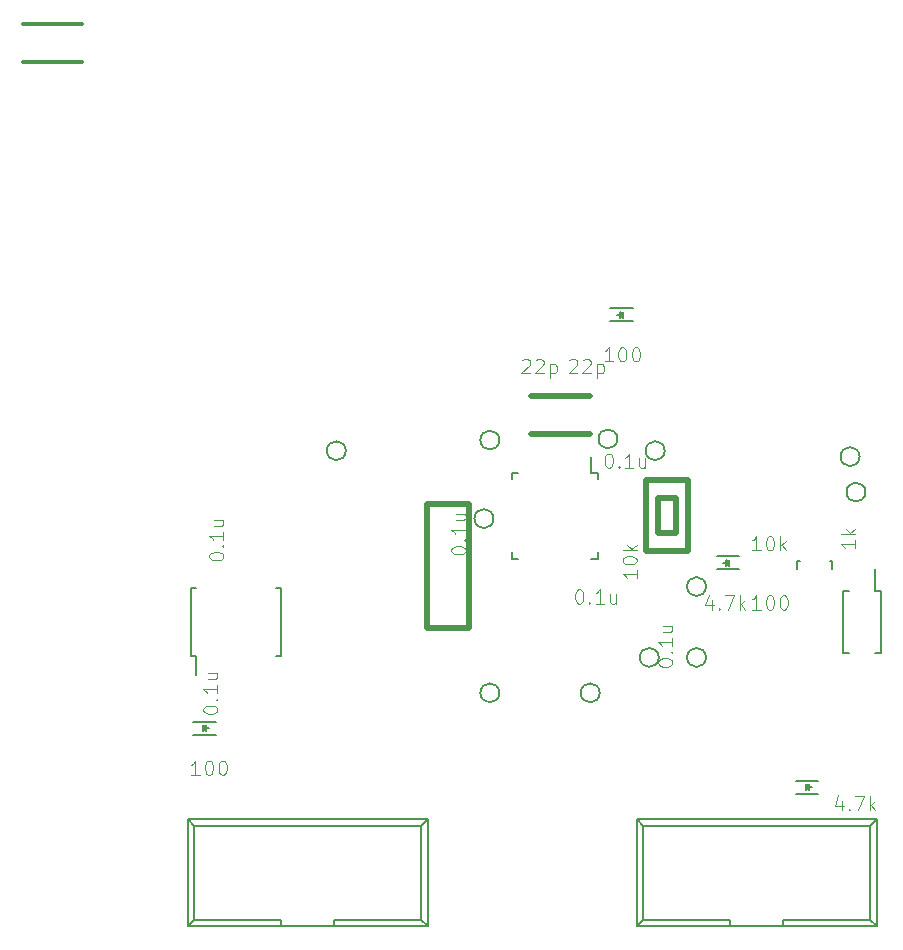
<source format=gbr>
G04 #@! TF.FileFunction,Legend,Top*
%FSLAX46Y46*%
G04 Gerber Fmt 4.6, Leading zero omitted, Abs format (unit mm)*
G04 Created by KiCad (PCBNEW 4.0.5) date 02/07/17 23:03:00*
%MOMM*%
%LPD*%
G01*
G04 APERTURE LIST*
%ADD10C,0.100000*%
%ADD11C,0.150000*%
%ADD12C,0.500000*%
%ADD13C,0.200000*%
%ADD14C,0.300000*%
%ADD15C,0.101600*%
G04 APERTURE END LIST*
D10*
D11*
X49420000Y-65680000D02*
X69740000Y-65680000D01*
X49960000Y-66230000D02*
X69180000Y-66230000D01*
X49420000Y-74780000D02*
X69740000Y-74780000D01*
X49960000Y-74230000D02*
X57330000Y-74230000D01*
X61830000Y-74230000D02*
X69180000Y-74230000D01*
X57330000Y-74230000D02*
X57330000Y-74780000D01*
X61830000Y-74230000D02*
X61830000Y-74780000D01*
X49420000Y-65680000D02*
X49420000Y-74780000D01*
X49960000Y-66230000D02*
X49960000Y-74230000D01*
X69740000Y-65680000D02*
X69740000Y-74780000D01*
X69180000Y-66230000D02*
X69180000Y-74230000D01*
X49420000Y-65680000D02*
X49960000Y-66230000D01*
X69740000Y-65680000D02*
X69180000Y-66230000D01*
X49420000Y-74780000D02*
X49960000Y-74230000D01*
X69740000Y-74780000D02*
X69180000Y-74230000D01*
D12*
X35200000Y-39000000D02*
X31700000Y-39000000D01*
X35200000Y-49500000D02*
X35200000Y-39000000D01*
X31700000Y-49500000D02*
X31700000Y-39000000D01*
X31700000Y-49500000D02*
X35200000Y-49500000D01*
X45500000Y-29900000D02*
X40500000Y-29900000D01*
X40500000Y-33100000D02*
X45500000Y-33100000D01*
D11*
X63000180Y-44550800D02*
X63000180Y-43849760D01*
X63000180Y-43849760D02*
X63249100Y-43849760D01*
X65799160Y-43849760D02*
X65999820Y-43849760D01*
X65999820Y-43849760D02*
X65999820Y-44550800D01*
D13*
X67400000Y-46400000D02*
X66900000Y-46400000D01*
X66900000Y-46400000D02*
X66900000Y-51600000D01*
X66900000Y-51600000D02*
X67400000Y-51600000D01*
X69600000Y-46400000D02*
X70100000Y-46400000D01*
X70100000Y-46400000D02*
X70100000Y-51600000D01*
X70100000Y-51600000D02*
X69600000Y-51600000D01*
X69600000Y-44500000D02*
X69600000Y-46400000D01*
D11*
X46125000Y-36375000D02*
X45600000Y-36375000D01*
X46125000Y-43625000D02*
X45600000Y-43625000D01*
X38875000Y-43625000D02*
X39400000Y-43625000D01*
X38875000Y-36375000D02*
X39400000Y-36375000D01*
X46125000Y-36375000D02*
X46125000Y-36900000D01*
X38875000Y-36375000D02*
X38875000Y-36900000D01*
X38875000Y-43625000D02*
X38875000Y-43100000D01*
X46125000Y-43625000D02*
X46125000Y-43100000D01*
X45600000Y-36375000D02*
X45600000Y-35000000D01*
X11420000Y-65680000D02*
X31740000Y-65680000D01*
X11960000Y-66230000D02*
X31180000Y-66230000D01*
X11420000Y-74780000D02*
X31740000Y-74780000D01*
X11960000Y-74230000D02*
X19330000Y-74230000D01*
X23830000Y-74230000D02*
X31180000Y-74230000D01*
X19330000Y-74230000D02*
X19330000Y-74780000D01*
X23830000Y-74230000D02*
X23830000Y-74780000D01*
X11420000Y-65680000D02*
X11420000Y-74780000D01*
X11960000Y-66230000D02*
X11960000Y-74230000D01*
X31740000Y-65680000D02*
X31740000Y-74780000D01*
X31180000Y-66230000D02*
X31180000Y-74230000D01*
X11420000Y-65680000D02*
X11960000Y-66230000D01*
X31740000Y-65680000D02*
X31180000Y-66230000D01*
X11420000Y-74780000D02*
X11960000Y-74230000D01*
X31740000Y-74780000D02*
X31180000Y-74230000D01*
D12*
X52800000Y-38500000D02*
X51200000Y-38500000D01*
X51200000Y-38500000D02*
X51200000Y-41500000D01*
X51200000Y-41500000D02*
X52800000Y-41500000D01*
X52800000Y-41500000D02*
X52800000Y-38500000D01*
X53800000Y-37000000D02*
X50200000Y-37000000D01*
X50200000Y-37000000D02*
X50200000Y-43000000D01*
X50200000Y-43000000D02*
X53800000Y-43000000D01*
X53800000Y-43000000D02*
X53800000Y-37000000D01*
D11*
X62900000Y-63550000D02*
X64800000Y-63550000D01*
X62900000Y-62450000D02*
X64800000Y-62450000D01*
X63800000Y-63000000D02*
X64250000Y-63000000D01*
X63750000Y-62750000D02*
X63750000Y-63250000D01*
X63750000Y-63000000D02*
X64000000Y-62750000D01*
X64000000Y-62750000D02*
X64000000Y-63250000D01*
X64000000Y-63250000D02*
X63750000Y-63000000D01*
X11900000Y-58550000D02*
X13800000Y-58550000D01*
X11900000Y-57450000D02*
X13800000Y-57450000D01*
X12800000Y-58000000D02*
X13250000Y-58000000D01*
X12750000Y-57750000D02*
X12750000Y-58250000D01*
X12750000Y-58000000D02*
X13000000Y-57750000D01*
X13000000Y-57750000D02*
X13000000Y-58250000D01*
X13000000Y-58250000D02*
X12750000Y-58000000D01*
X49100000Y-22450000D02*
X47200000Y-22450000D01*
X49100000Y-23550000D02*
X47200000Y-23550000D01*
X48200000Y-23000000D02*
X47750000Y-23000000D01*
X48250000Y-23250000D02*
X48250000Y-22750000D01*
X48250000Y-23000000D02*
X48000000Y-23250000D01*
X48000000Y-23250000D02*
X48000000Y-22750000D01*
X48000000Y-22750000D02*
X48250000Y-23000000D01*
X58100000Y-43450000D02*
X56200000Y-43450000D01*
X58100000Y-44550000D02*
X56200000Y-44550000D01*
X57200000Y-44000000D02*
X56750000Y-44000000D01*
X57250000Y-44250000D02*
X57250000Y-43750000D01*
X57250000Y-44000000D02*
X57000000Y-44250000D01*
X57000000Y-44250000D02*
X57000000Y-43750000D01*
X57000000Y-43750000D02*
X57250000Y-44000000D01*
X11675000Y-51875000D02*
X12125000Y-51875000D01*
X11675000Y-46125000D02*
X12125000Y-46125000D01*
X19325000Y-46125000D02*
X18875000Y-46125000D01*
X19325000Y-51875000D02*
X18875000Y-51875000D01*
X11675000Y-51875000D02*
X11675000Y-46125000D01*
X19325000Y-51875000D02*
X19325000Y-46125000D01*
X12125000Y-51875000D02*
X12125000Y-53475000D01*
X51303219Y-52000000D02*
G75*
G03X51303219Y-52000000I-803219J0D01*
G01*
X55303219Y-52000000D02*
G75*
G03X55303219Y-52000000I-803219J0D01*
G01*
X46303219Y-55000000D02*
G75*
G03X46303219Y-55000000I-803219J0D01*
G01*
X37803219Y-55000000D02*
G75*
G03X37803219Y-55000000I-803219J0D01*
G01*
X24803219Y-34500000D02*
G75*
G03X24803219Y-34500000I-803219J0D01*
G01*
X37803219Y-33600000D02*
G75*
G03X37803219Y-33600000I-803219J0D01*
G01*
X55303219Y-46000000D02*
G75*
G03X55303219Y-46000000I-803219J0D01*
G01*
X68303219Y-35000000D02*
G75*
G03X68303219Y-35000000I-803219J0D01*
G01*
X37303219Y-40250000D02*
G75*
G03X37303219Y-40250000I-803219J0D01*
G01*
X47803219Y-33500000D02*
G75*
G03X47803219Y-33500000I-803219J0D01*
G01*
X68803219Y-38000000D02*
G75*
G03X68803219Y-38000000I-803219J0D01*
G01*
X51803219Y-34500000D02*
G75*
G03X51803219Y-34500000I-803219J0D01*
G01*
D14*
X-2500000Y-1600000D02*
X2500000Y-1600000D01*
X-2500000Y1600000D02*
X2500000Y1600000D01*
D15*
X51236048Y-52482929D02*
X51236048Y-52368024D01*
X51293500Y-52253119D01*
X51350952Y-52195667D01*
X51465857Y-52138214D01*
X51695667Y-52080762D01*
X51982929Y-52080762D01*
X52212738Y-52138214D01*
X52327643Y-52195667D01*
X52385095Y-52253119D01*
X52442548Y-52368024D01*
X52442548Y-52482929D01*
X52385095Y-52597833D01*
X52327643Y-52655286D01*
X52212738Y-52712738D01*
X51982929Y-52770190D01*
X51695667Y-52770190D01*
X51465857Y-52712738D01*
X51350952Y-52655286D01*
X51293500Y-52597833D01*
X51236048Y-52482929D01*
X52327643Y-51563690D02*
X52385095Y-51506238D01*
X52442548Y-51563690D01*
X52385095Y-51621142D01*
X52327643Y-51563690D01*
X52442548Y-51563690D01*
X52442548Y-50357190D02*
X52442548Y-51046618D01*
X52442548Y-50701904D02*
X51236048Y-50701904D01*
X51408405Y-50816809D01*
X51523310Y-50931714D01*
X51580762Y-51046618D01*
X51638214Y-49323047D02*
X52442548Y-49323047D01*
X51638214Y-49840118D02*
X52270190Y-49840118D01*
X52385095Y-49782666D01*
X52442548Y-49667761D01*
X52442548Y-49495404D01*
X52385095Y-49380499D01*
X52327643Y-49323047D01*
X43729810Y-26850952D02*
X43787262Y-26793500D01*
X43902167Y-26736048D01*
X44189429Y-26736048D01*
X44304333Y-26793500D01*
X44361786Y-26850952D01*
X44419238Y-26965857D01*
X44419238Y-27080762D01*
X44361786Y-27253119D01*
X43672357Y-27942548D01*
X44419238Y-27942548D01*
X44878858Y-26850952D02*
X44936310Y-26793500D01*
X45051215Y-26736048D01*
X45338477Y-26736048D01*
X45453381Y-26793500D01*
X45510834Y-26850952D01*
X45568286Y-26965857D01*
X45568286Y-27080762D01*
X45510834Y-27253119D01*
X44821405Y-27942548D01*
X45568286Y-27942548D01*
X46085358Y-27138214D02*
X46085358Y-28344714D01*
X46085358Y-27195667D02*
X46200263Y-27138214D01*
X46430072Y-27138214D01*
X46544977Y-27195667D01*
X46602429Y-27253119D01*
X46659882Y-27368024D01*
X46659882Y-27712738D01*
X46602429Y-27827643D01*
X46544977Y-27885095D01*
X46430072Y-27942548D01*
X46200263Y-27942548D01*
X46085358Y-27885095D01*
X39729810Y-26850952D02*
X39787262Y-26793500D01*
X39902167Y-26736048D01*
X40189429Y-26736048D01*
X40304333Y-26793500D01*
X40361786Y-26850952D01*
X40419238Y-26965857D01*
X40419238Y-27080762D01*
X40361786Y-27253119D01*
X39672357Y-27942548D01*
X40419238Y-27942548D01*
X40878858Y-26850952D02*
X40936310Y-26793500D01*
X41051215Y-26736048D01*
X41338477Y-26736048D01*
X41453381Y-26793500D01*
X41510834Y-26850952D01*
X41568286Y-26965857D01*
X41568286Y-27080762D01*
X41510834Y-27253119D01*
X40821405Y-27942548D01*
X41568286Y-27942548D01*
X42085358Y-27138214D02*
X42085358Y-28344714D01*
X42085358Y-27195667D02*
X42200263Y-27138214D01*
X42430072Y-27138214D01*
X42544977Y-27195667D01*
X42602429Y-27253119D01*
X42659882Y-27368024D01*
X42659882Y-27712738D01*
X42602429Y-27827643D01*
X42544977Y-27885095D01*
X42430072Y-27942548D01*
X42200263Y-27942548D01*
X42085358Y-27885095D01*
X33736048Y-42982929D02*
X33736048Y-42868024D01*
X33793500Y-42753119D01*
X33850952Y-42695667D01*
X33965857Y-42638214D01*
X34195667Y-42580762D01*
X34482929Y-42580762D01*
X34712738Y-42638214D01*
X34827643Y-42695667D01*
X34885095Y-42753119D01*
X34942548Y-42868024D01*
X34942548Y-42982929D01*
X34885095Y-43097833D01*
X34827643Y-43155286D01*
X34712738Y-43212738D01*
X34482929Y-43270190D01*
X34195667Y-43270190D01*
X33965857Y-43212738D01*
X33850952Y-43155286D01*
X33793500Y-43097833D01*
X33736048Y-42982929D01*
X34827643Y-42063690D02*
X34885095Y-42006238D01*
X34942548Y-42063690D01*
X34885095Y-42121142D01*
X34827643Y-42063690D01*
X34942548Y-42063690D01*
X34942548Y-40857190D02*
X34942548Y-41546618D01*
X34942548Y-41201904D02*
X33736048Y-41201904D01*
X33908405Y-41316809D01*
X34023310Y-41431714D01*
X34080762Y-41546618D01*
X34138214Y-39823047D02*
X34942548Y-39823047D01*
X34138214Y-40340118D02*
X34770190Y-40340118D01*
X34885095Y-40282666D01*
X34942548Y-40167761D01*
X34942548Y-39995404D01*
X34885095Y-39880499D01*
X34827643Y-39823047D01*
X49442548Y-44580762D02*
X49442548Y-45270190D01*
X49442548Y-44925476D02*
X48236048Y-44925476D01*
X48408405Y-45040381D01*
X48523310Y-45155286D01*
X48580762Y-45270190D01*
X48236048Y-43833881D02*
X48236048Y-43718976D01*
X48293500Y-43604071D01*
X48350952Y-43546619D01*
X48465857Y-43489166D01*
X48695667Y-43431714D01*
X48982929Y-43431714D01*
X49212738Y-43489166D01*
X49327643Y-43546619D01*
X49385095Y-43604071D01*
X49442548Y-43718976D01*
X49442548Y-43833881D01*
X49385095Y-43948785D01*
X49327643Y-44006238D01*
X49212738Y-44063690D01*
X48982929Y-44121142D01*
X48695667Y-44121142D01*
X48465857Y-44063690D01*
X48350952Y-44006238D01*
X48293500Y-43948785D01*
X48236048Y-43833881D01*
X49442548Y-42914642D02*
X48236048Y-42914642D01*
X48982929Y-42799737D02*
X49442548Y-42455023D01*
X48638214Y-42455023D02*
X49097833Y-42914642D01*
X67942548Y-42080762D02*
X67942548Y-42770190D01*
X67942548Y-42425476D02*
X66736048Y-42425476D01*
X66908405Y-42540381D01*
X67023310Y-42655286D01*
X67080762Y-42770190D01*
X67942548Y-41563690D02*
X66736048Y-41563690D01*
X67482929Y-41448785D02*
X67942548Y-41104071D01*
X67138214Y-41104071D02*
X67597833Y-41563690D01*
X59919238Y-47942548D02*
X59229810Y-47942548D01*
X59574524Y-47942548D02*
X59574524Y-46736048D01*
X59459619Y-46908405D01*
X59344714Y-47023310D01*
X59229810Y-47080762D01*
X60666119Y-46736048D02*
X60781024Y-46736048D01*
X60895929Y-46793500D01*
X60953381Y-46850952D01*
X61010834Y-46965857D01*
X61068286Y-47195667D01*
X61068286Y-47482929D01*
X61010834Y-47712738D01*
X60953381Y-47827643D01*
X60895929Y-47885095D01*
X60781024Y-47942548D01*
X60666119Y-47942548D01*
X60551215Y-47885095D01*
X60493762Y-47827643D01*
X60436310Y-47712738D01*
X60378858Y-47482929D01*
X60378858Y-47195667D01*
X60436310Y-46965857D01*
X60493762Y-46850952D01*
X60551215Y-46793500D01*
X60666119Y-46736048D01*
X61815167Y-46736048D02*
X61930072Y-46736048D01*
X62044977Y-46793500D01*
X62102429Y-46850952D01*
X62159882Y-46965857D01*
X62217334Y-47195667D01*
X62217334Y-47482929D01*
X62159882Y-47712738D01*
X62102429Y-47827643D01*
X62044977Y-47885095D01*
X61930072Y-47942548D01*
X61815167Y-47942548D01*
X61700263Y-47885095D01*
X61642810Y-47827643D01*
X61585358Y-47712738D01*
X61527906Y-47482929D01*
X61527906Y-47195667D01*
X61585358Y-46965857D01*
X61642810Y-46850952D01*
X61700263Y-46793500D01*
X61815167Y-46736048D01*
X59919238Y-42942548D02*
X59229810Y-42942548D01*
X59574524Y-42942548D02*
X59574524Y-41736048D01*
X59459619Y-41908405D01*
X59344714Y-42023310D01*
X59229810Y-42080762D01*
X60666119Y-41736048D02*
X60781024Y-41736048D01*
X60895929Y-41793500D01*
X60953381Y-41850952D01*
X61010834Y-41965857D01*
X61068286Y-42195667D01*
X61068286Y-42482929D01*
X61010834Y-42712738D01*
X60953381Y-42827643D01*
X60895929Y-42885095D01*
X60781024Y-42942548D01*
X60666119Y-42942548D01*
X60551215Y-42885095D01*
X60493762Y-42827643D01*
X60436310Y-42712738D01*
X60378858Y-42482929D01*
X60378858Y-42195667D01*
X60436310Y-41965857D01*
X60493762Y-41850952D01*
X60551215Y-41793500D01*
X60666119Y-41736048D01*
X61585358Y-42942548D02*
X61585358Y-41736048D01*
X61700263Y-42482929D02*
X62044977Y-42942548D01*
X62044977Y-42138214D02*
X61585358Y-42597833D01*
X47017071Y-34736048D02*
X47131976Y-34736048D01*
X47246881Y-34793500D01*
X47304333Y-34850952D01*
X47361786Y-34965857D01*
X47419238Y-35195667D01*
X47419238Y-35482929D01*
X47361786Y-35712738D01*
X47304333Y-35827643D01*
X47246881Y-35885095D01*
X47131976Y-35942548D01*
X47017071Y-35942548D01*
X46902167Y-35885095D01*
X46844714Y-35827643D01*
X46787262Y-35712738D01*
X46729810Y-35482929D01*
X46729810Y-35195667D01*
X46787262Y-34965857D01*
X46844714Y-34850952D01*
X46902167Y-34793500D01*
X47017071Y-34736048D01*
X47936310Y-35827643D02*
X47993762Y-35885095D01*
X47936310Y-35942548D01*
X47878858Y-35885095D01*
X47936310Y-35827643D01*
X47936310Y-35942548D01*
X49142810Y-35942548D02*
X48453382Y-35942548D01*
X48798096Y-35942548D02*
X48798096Y-34736048D01*
X48683191Y-34908405D01*
X48568286Y-35023310D01*
X48453382Y-35080762D01*
X50176953Y-35138214D02*
X50176953Y-35942548D01*
X49659882Y-35138214D02*
X49659882Y-35770190D01*
X49717334Y-35885095D01*
X49832239Y-35942548D01*
X50004596Y-35942548D01*
X50119501Y-35885095D01*
X50176953Y-35827643D01*
X44517071Y-46236048D02*
X44631976Y-46236048D01*
X44746881Y-46293500D01*
X44804333Y-46350952D01*
X44861786Y-46465857D01*
X44919238Y-46695667D01*
X44919238Y-46982929D01*
X44861786Y-47212738D01*
X44804333Y-47327643D01*
X44746881Y-47385095D01*
X44631976Y-47442548D01*
X44517071Y-47442548D01*
X44402167Y-47385095D01*
X44344714Y-47327643D01*
X44287262Y-47212738D01*
X44229810Y-46982929D01*
X44229810Y-46695667D01*
X44287262Y-46465857D01*
X44344714Y-46350952D01*
X44402167Y-46293500D01*
X44517071Y-46236048D01*
X45436310Y-47327643D02*
X45493762Y-47385095D01*
X45436310Y-47442548D01*
X45378858Y-47385095D01*
X45436310Y-47327643D01*
X45436310Y-47442548D01*
X46642810Y-47442548D02*
X45953382Y-47442548D01*
X46298096Y-47442548D02*
X46298096Y-46236048D01*
X46183191Y-46408405D01*
X46068286Y-46523310D01*
X45953382Y-46580762D01*
X47676953Y-46638214D02*
X47676953Y-47442548D01*
X47159882Y-46638214D02*
X47159882Y-47270190D01*
X47217334Y-47385095D01*
X47332239Y-47442548D01*
X47504596Y-47442548D01*
X47619501Y-47385095D01*
X47676953Y-47327643D01*
X66804333Y-64138214D02*
X66804333Y-64942548D01*
X66517071Y-63678595D02*
X66229810Y-64540381D01*
X66976690Y-64540381D01*
X67436310Y-64827643D02*
X67493762Y-64885095D01*
X67436310Y-64942548D01*
X67378858Y-64885095D01*
X67436310Y-64827643D01*
X67436310Y-64942548D01*
X67895929Y-63736048D02*
X68700262Y-63736048D01*
X68183191Y-64942548D01*
X69159882Y-64942548D02*
X69159882Y-63736048D01*
X69274787Y-64482929D02*
X69619501Y-64942548D01*
X69619501Y-64138214D02*
X69159882Y-64597833D01*
X12419238Y-61942548D02*
X11729810Y-61942548D01*
X12074524Y-61942548D02*
X12074524Y-60736048D01*
X11959619Y-60908405D01*
X11844714Y-61023310D01*
X11729810Y-61080762D01*
X13166119Y-60736048D02*
X13281024Y-60736048D01*
X13395929Y-60793500D01*
X13453381Y-60850952D01*
X13510834Y-60965857D01*
X13568286Y-61195667D01*
X13568286Y-61482929D01*
X13510834Y-61712738D01*
X13453381Y-61827643D01*
X13395929Y-61885095D01*
X13281024Y-61942548D01*
X13166119Y-61942548D01*
X13051215Y-61885095D01*
X12993762Y-61827643D01*
X12936310Y-61712738D01*
X12878858Y-61482929D01*
X12878858Y-61195667D01*
X12936310Y-60965857D01*
X12993762Y-60850952D01*
X13051215Y-60793500D01*
X13166119Y-60736048D01*
X14315167Y-60736048D02*
X14430072Y-60736048D01*
X14544977Y-60793500D01*
X14602429Y-60850952D01*
X14659882Y-60965857D01*
X14717334Y-61195667D01*
X14717334Y-61482929D01*
X14659882Y-61712738D01*
X14602429Y-61827643D01*
X14544977Y-61885095D01*
X14430072Y-61942548D01*
X14315167Y-61942548D01*
X14200263Y-61885095D01*
X14142810Y-61827643D01*
X14085358Y-61712738D01*
X14027906Y-61482929D01*
X14027906Y-61195667D01*
X14085358Y-60965857D01*
X14142810Y-60850952D01*
X14200263Y-60793500D01*
X14315167Y-60736048D01*
X47419238Y-26942548D02*
X46729810Y-26942548D01*
X47074524Y-26942548D02*
X47074524Y-25736048D01*
X46959619Y-25908405D01*
X46844714Y-26023310D01*
X46729810Y-26080762D01*
X48166119Y-25736048D02*
X48281024Y-25736048D01*
X48395929Y-25793500D01*
X48453381Y-25850952D01*
X48510834Y-25965857D01*
X48568286Y-26195667D01*
X48568286Y-26482929D01*
X48510834Y-26712738D01*
X48453381Y-26827643D01*
X48395929Y-26885095D01*
X48281024Y-26942548D01*
X48166119Y-26942548D01*
X48051215Y-26885095D01*
X47993762Y-26827643D01*
X47936310Y-26712738D01*
X47878858Y-26482929D01*
X47878858Y-26195667D01*
X47936310Y-25965857D01*
X47993762Y-25850952D01*
X48051215Y-25793500D01*
X48166119Y-25736048D01*
X49315167Y-25736048D02*
X49430072Y-25736048D01*
X49544977Y-25793500D01*
X49602429Y-25850952D01*
X49659882Y-25965857D01*
X49717334Y-26195667D01*
X49717334Y-26482929D01*
X49659882Y-26712738D01*
X49602429Y-26827643D01*
X49544977Y-26885095D01*
X49430072Y-26942548D01*
X49315167Y-26942548D01*
X49200263Y-26885095D01*
X49142810Y-26827643D01*
X49085358Y-26712738D01*
X49027906Y-26482929D01*
X49027906Y-26195667D01*
X49085358Y-25965857D01*
X49142810Y-25850952D01*
X49200263Y-25793500D01*
X49315167Y-25736048D01*
X55804333Y-47138214D02*
X55804333Y-47942548D01*
X55517071Y-46678595D02*
X55229810Y-47540381D01*
X55976690Y-47540381D01*
X56436310Y-47827643D02*
X56493762Y-47885095D01*
X56436310Y-47942548D01*
X56378858Y-47885095D01*
X56436310Y-47827643D01*
X56436310Y-47942548D01*
X56895929Y-46736048D02*
X57700262Y-46736048D01*
X57183191Y-47942548D01*
X58159882Y-47942548D02*
X58159882Y-46736048D01*
X58274787Y-47482929D02*
X58619501Y-47942548D01*
X58619501Y-47138214D02*
X58159882Y-47597833D01*
X12736048Y-56482929D02*
X12736048Y-56368024D01*
X12793500Y-56253119D01*
X12850952Y-56195667D01*
X12965857Y-56138214D01*
X13195667Y-56080762D01*
X13482929Y-56080762D01*
X13712738Y-56138214D01*
X13827643Y-56195667D01*
X13885095Y-56253119D01*
X13942548Y-56368024D01*
X13942548Y-56482929D01*
X13885095Y-56597833D01*
X13827643Y-56655286D01*
X13712738Y-56712738D01*
X13482929Y-56770190D01*
X13195667Y-56770190D01*
X12965857Y-56712738D01*
X12850952Y-56655286D01*
X12793500Y-56597833D01*
X12736048Y-56482929D01*
X13827643Y-55563690D02*
X13885095Y-55506238D01*
X13942548Y-55563690D01*
X13885095Y-55621142D01*
X13827643Y-55563690D01*
X13942548Y-55563690D01*
X13942548Y-54357190D02*
X13942548Y-55046618D01*
X13942548Y-54701904D02*
X12736048Y-54701904D01*
X12908405Y-54816809D01*
X13023310Y-54931714D01*
X13080762Y-55046618D01*
X13138214Y-53323047D02*
X13942548Y-53323047D01*
X13138214Y-53840118D02*
X13770190Y-53840118D01*
X13885095Y-53782666D01*
X13942548Y-53667761D01*
X13942548Y-53495404D01*
X13885095Y-53380499D01*
X13827643Y-53323047D01*
X13236048Y-43482929D02*
X13236048Y-43368024D01*
X13293500Y-43253119D01*
X13350952Y-43195667D01*
X13465857Y-43138214D01*
X13695667Y-43080762D01*
X13982929Y-43080762D01*
X14212738Y-43138214D01*
X14327643Y-43195667D01*
X14385095Y-43253119D01*
X14442548Y-43368024D01*
X14442548Y-43482929D01*
X14385095Y-43597833D01*
X14327643Y-43655286D01*
X14212738Y-43712738D01*
X13982929Y-43770190D01*
X13695667Y-43770190D01*
X13465857Y-43712738D01*
X13350952Y-43655286D01*
X13293500Y-43597833D01*
X13236048Y-43482929D01*
X14327643Y-42563690D02*
X14385095Y-42506238D01*
X14442548Y-42563690D01*
X14385095Y-42621142D01*
X14327643Y-42563690D01*
X14442548Y-42563690D01*
X14442548Y-41357190D02*
X14442548Y-42046618D01*
X14442548Y-41701904D02*
X13236048Y-41701904D01*
X13408405Y-41816809D01*
X13523310Y-41931714D01*
X13580762Y-42046618D01*
X13638214Y-40323047D02*
X14442548Y-40323047D01*
X13638214Y-40840118D02*
X14270190Y-40840118D01*
X14385095Y-40782666D01*
X14442548Y-40667761D01*
X14442548Y-40495404D01*
X14385095Y-40380499D01*
X14327643Y-40323047D01*
M02*

</source>
